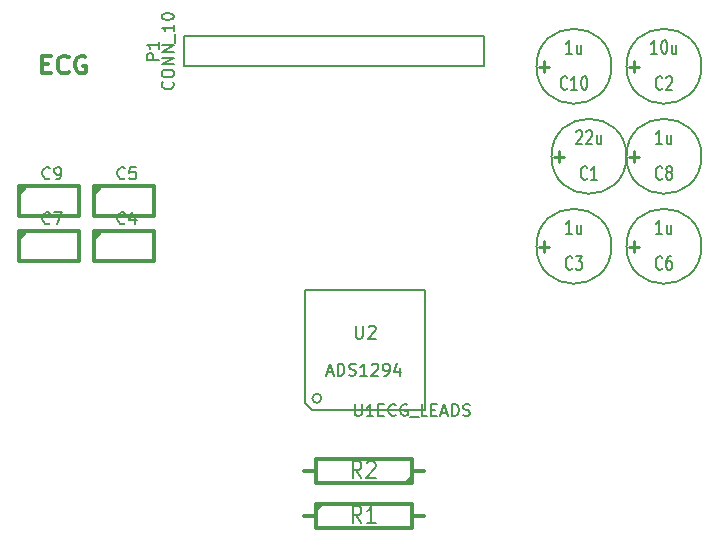
<source format=gto>
G04 (created by PCBNEW (2013-07-07 BZR 4022)-stable) date Saturday 09 November 2013 12:27:47 PM IST*
%MOIN*%
G04 Gerber Fmt 3.4, Leading zero omitted, Abs format*
%FSLAX34Y34*%
G01*
G70*
G90*
G04 APERTURE LIST*
%ADD10C,0.00590551*%
%ADD11C,0.011811*%
%ADD12C,0.008*%
%ADD13C,0.012*%
%ADD14C,0.005*%
%ADD15C,0.006*%
%ADD16C,0.01125*%
G04 APERTURE END LIST*
G54D10*
G54D11*
X25782Y-17429D02*
X25979Y-17429D01*
X26064Y-17739D02*
X25782Y-17739D01*
X25782Y-17148D01*
X26064Y-17148D01*
X26654Y-17682D02*
X26626Y-17710D01*
X26542Y-17739D01*
X26485Y-17739D01*
X26401Y-17710D01*
X26345Y-17654D01*
X26317Y-17598D01*
X26289Y-17485D01*
X26289Y-17401D01*
X26317Y-17289D01*
X26345Y-17232D01*
X26401Y-17176D01*
X26485Y-17148D01*
X26542Y-17148D01*
X26626Y-17176D01*
X26654Y-17204D01*
X27217Y-17176D02*
X27160Y-17148D01*
X27076Y-17148D01*
X26992Y-17176D01*
X26935Y-17232D01*
X26907Y-17289D01*
X26879Y-17401D01*
X26879Y-17485D01*
X26907Y-17598D01*
X26935Y-17654D01*
X26992Y-17710D01*
X27076Y-17739D01*
X27132Y-17739D01*
X27217Y-17710D01*
X27245Y-17682D01*
X27245Y-17485D01*
X27132Y-17485D01*
G54D12*
X35082Y-28568D02*
G75*
G03X35082Y-28568I-150J0D01*
G74*
G01*
X38532Y-24968D02*
X34532Y-24968D01*
X34532Y-24968D02*
X34532Y-28718D01*
X34532Y-28718D02*
X34782Y-28968D01*
X34782Y-28968D02*
X38532Y-28968D01*
X38532Y-28968D02*
X38532Y-24968D01*
G54D13*
X34500Y-32500D02*
X34900Y-32500D01*
X34900Y-32500D02*
X34900Y-32100D01*
X34900Y-32100D02*
X38100Y-32100D01*
X38100Y-32100D02*
X38100Y-32900D01*
X38100Y-32900D02*
X34900Y-32900D01*
X34900Y-32900D02*
X34900Y-32500D01*
X34900Y-32300D02*
X35100Y-32100D01*
X38500Y-32500D02*
X38100Y-32500D01*
X38500Y-31000D02*
X38100Y-31000D01*
X38100Y-31000D02*
X38100Y-31400D01*
X38100Y-31400D02*
X34900Y-31400D01*
X34900Y-31400D02*
X34900Y-30600D01*
X34900Y-30600D02*
X38100Y-30600D01*
X38100Y-30600D02*
X38100Y-31000D01*
X38100Y-31200D02*
X37900Y-31400D01*
X34500Y-31000D02*
X34900Y-31000D01*
G54D10*
X30500Y-17500D02*
X30500Y-16500D01*
X30500Y-16500D02*
X40500Y-16500D01*
X40500Y-16500D02*
X40500Y-17500D01*
X40500Y-17500D02*
X30500Y-17500D01*
G54D14*
X44750Y-17500D02*
G75*
G03X44750Y-17500I-1250J0D01*
G74*
G01*
X47750Y-17500D02*
G75*
G03X47750Y-17500I-1250J0D01*
G74*
G01*
X45250Y-20500D02*
G75*
G03X45250Y-20500I-1250J0D01*
G74*
G01*
X44750Y-23500D02*
G75*
G03X44750Y-23500I-1250J0D01*
G74*
G01*
X47750Y-23500D02*
G75*
G03X47750Y-23500I-1250J0D01*
G74*
G01*
X47750Y-20500D02*
G75*
G03X47750Y-20500I-1250J0D01*
G74*
G01*
G54D13*
X25020Y-21500D02*
X27000Y-21500D01*
X27000Y-21500D02*
X27000Y-22500D01*
X27000Y-22500D02*
X25000Y-22500D01*
X25000Y-22500D02*
X25000Y-21500D01*
X25000Y-21750D02*
X25250Y-21500D01*
X25020Y-23000D02*
X27000Y-23000D01*
X27000Y-23000D02*
X27000Y-24000D01*
X27000Y-24000D02*
X25000Y-24000D01*
X25000Y-24000D02*
X25000Y-23000D01*
X25000Y-23250D02*
X25250Y-23000D01*
X27520Y-23000D02*
X29500Y-23000D01*
X29500Y-23000D02*
X29500Y-24000D01*
X29500Y-24000D02*
X27500Y-24000D01*
X27500Y-24000D02*
X27500Y-23000D01*
X27500Y-23250D02*
X27750Y-23000D01*
X27520Y-21500D02*
X29500Y-21500D01*
X29500Y-21500D02*
X29500Y-22500D01*
X29500Y-22500D02*
X27500Y-22500D01*
X27500Y-22500D02*
X27500Y-21500D01*
X27500Y-21750D02*
X27750Y-21500D01*
G54D14*
X36220Y-26142D02*
X36220Y-26492D01*
X36240Y-26534D01*
X36261Y-26554D01*
X36302Y-26575D01*
X36385Y-26575D01*
X36426Y-26554D01*
X36446Y-26534D01*
X36467Y-26492D01*
X36467Y-26142D01*
X36653Y-26183D02*
X36673Y-26162D01*
X36714Y-26142D01*
X36818Y-26142D01*
X36859Y-26162D01*
X36879Y-26183D01*
X36900Y-26224D01*
X36900Y-26265D01*
X36879Y-26327D01*
X36632Y-26575D01*
X36900Y-26575D01*
G54D15*
X35271Y-27696D02*
X35458Y-27696D01*
X35233Y-27809D02*
X35364Y-27415D01*
X35496Y-27809D01*
X35627Y-27809D02*
X35627Y-27415D01*
X35721Y-27415D01*
X35777Y-27434D01*
X35815Y-27471D01*
X35833Y-27509D01*
X35852Y-27584D01*
X35852Y-27640D01*
X35833Y-27715D01*
X35815Y-27753D01*
X35777Y-27790D01*
X35721Y-27809D01*
X35627Y-27809D01*
X36002Y-27790D02*
X36059Y-27809D01*
X36152Y-27809D01*
X36190Y-27790D01*
X36209Y-27771D01*
X36227Y-27734D01*
X36227Y-27696D01*
X36209Y-27659D01*
X36190Y-27640D01*
X36152Y-27621D01*
X36077Y-27603D01*
X36040Y-27584D01*
X36021Y-27565D01*
X36002Y-27528D01*
X36002Y-27490D01*
X36021Y-27453D01*
X36040Y-27434D01*
X36077Y-27415D01*
X36171Y-27415D01*
X36227Y-27434D01*
X36603Y-27809D02*
X36378Y-27809D01*
X36490Y-27809D02*
X36490Y-27415D01*
X36453Y-27471D01*
X36415Y-27509D01*
X36378Y-27528D01*
X36753Y-27453D02*
X36772Y-27434D01*
X36809Y-27415D01*
X36903Y-27415D01*
X36940Y-27434D01*
X36959Y-27453D01*
X36978Y-27490D01*
X36978Y-27528D01*
X36959Y-27584D01*
X36734Y-27809D01*
X36978Y-27809D01*
X37166Y-27809D02*
X37241Y-27809D01*
X37278Y-27790D01*
X37297Y-27771D01*
X37334Y-27715D01*
X37353Y-27640D01*
X37353Y-27490D01*
X37334Y-27453D01*
X37316Y-27434D01*
X37278Y-27415D01*
X37203Y-27415D01*
X37166Y-27434D01*
X37147Y-27453D01*
X37128Y-27490D01*
X37128Y-27584D01*
X37147Y-27621D01*
X37166Y-27640D01*
X37203Y-27659D01*
X37278Y-27659D01*
X37316Y-27640D01*
X37334Y-27621D01*
X37353Y-27584D01*
X37691Y-27546D02*
X37691Y-27809D01*
X37597Y-27396D02*
X37503Y-27678D01*
X37747Y-27678D01*
G54D12*
X36416Y-32722D02*
X36250Y-32460D01*
X36130Y-32722D02*
X36130Y-32172D01*
X36321Y-32172D01*
X36369Y-32198D01*
X36392Y-32225D01*
X36416Y-32277D01*
X36416Y-32355D01*
X36392Y-32408D01*
X36369Y-32434D01*
X36321Y-32460D01*
X36130Y-32460D01*
X36892Y-32722D02*
X36607Y-32722D01*
X36750Y-32722D02*
X36750Y-32172D01*
X36702Y-32251D01*
X36654Y-32303D01*
X36607Y-32329D01*
X36416Y-31222D02*
X36250Y-30960D01*
X36130Y-31222D02*
X36130Y-30672D01*
X36321Y-30672D01*
X36369Y-30698D01*
X36392Y-30725D01*
X36416Y-30777D01*
X36416Y-30855D01*
X36392Y-30908D01*
X36369Y-30934D01*
X36321Y-30960D01*
X36130Y-30960D01*
X36607Y-30725D02*
X36630Y-30698D01*
X36678Y-30672D01*
X36797Y-30672D01*
X36845Y-30698D01*
X36869Y-30725D01*
X36892Y-30777D01*
X36892Y-30829D01*
X36869Y-30908D01*
X36583Y-31222D01*
X36892Y-31222D01*
G54D10*
X29659Y-17290D02*
X29265Y-17290D01*
X29265Y-17140D01*
X29284Y-17103D01*
X29303Y-17084D01*
X29340Y-17065D01*
X29396Y-17065D01*
X29434Y-17084D01*
X29453Y-17103D01*
X29471Y-17140D01*
X29471Y-17290D01*
X29659Y-16690D02*
X29659Y-16915D01*
X29659Y-16803D02*
X29265Y-16803D01*
X29321Y-16840D01*
X29359Y-16878D01*
X29378Y-16915D01*
X30121Y-18021D02*
X30140Y-18040D01*
X30159Y-18096D01*
X30159Y-18134D01*
X30140Y-18190D01*
X30103Y-18227D01*
X30065Y-18246D01*
X29990Y-18265D01*
X29934Y-18265D01*
X29859Y-18246D01*
X29821Y-18227D01*
X29784Y-18190D01*
X29765Y-18134D01*
X29765Y-18096D01*
X29784Y-18040D01*
X29803Y-18021D01*
X29765Y-17778D02*
X29765Y-17703D01*
X29784Y-17665D01*
X29821Y-17628D01*
X29896Y-17609D01*
X30028Y-17609D01*
X30103Y-17628D01*
X30140Y-17665D01*
X30159Y-17703D01*
X30159Y-17778D01*
X30140Y-17815D01*
X30103Y-17853D01*
X30028Y-17871D01*
X29896Y-17871D01*
X29821Y-17853D01*
X29784Y-17815D01*
X29765Y-17778D01*
X30159Y-17440D02*
X29765Y-17440D01*
X30159Y-17215D01*
X29765Y-17215D01*
X30159Y-17028D02*
X29765Y-17028D01*
X30159Y-16803D01*
X29765Y-16803D01*
X30196Y-16709D02*
X30196Y-16409D01*
X30159Y-16109D02*
X30159Y-16334D01*
X30159Y-16221D02*
X29765Y-16221D01*
X29821Y-16259D01*
X29859Y-16296D01*
X29878Y-16334D01*
X29765Y-15865D02*
X29765Y-15828D01*
X29784Y-15790D01*
X29803Y-15772D01*
X29840Y-15753D01*
X29915Y-15734D01*
X30009Y-15734D01*
X30084Y-15753D01*
X30121Y-15772D01*
X30140Y-15790D01*
X30159Y-15828D01*
X30159Y-15865D01*
X30140Y-15903D01*
X30121Y-15922D01*
X30084Y-15940D01*
X30009Y-15959D01*
X29915Y-15959D01*
X29840Y-15940D01*
X29803Y-15922D01*
X29784Y-15903D01*
X29765Y-15865D01*
G54D12*
X43275Y-18239D02*
X43258Y-18260D01*
X43208Y-18282D01*
X43175Y-18282D01*
X43125Y-18260D01*
X43091Y-18217D01*
X43075Y-18175D01*
X43058Y-18089D01*
X43058Y-18025D01*
X43075Y-17939D01*
X43091Y-17896D01*
X43125Y-17853D01*
X43175Y-17832D01*
X43208Y-17832D01*
X43258Y-17853D01*
X43275Y-17875D01*
X43608Y-18282D02*
X43408Y-18282D01*
X43508Y-18282D02*
X43508Y-17832D01*
X43475Y-17896D01*
X43441Y-17939D01*
X43408Y-17960D01*
X43825Y-17832D02*
X43858Y-17832D01*
X43891Y-17853D01*
X43908Y-17875D01*
X43925Y-17917D01*
X43941Y-18003D01*
X43941Y-18110D01*
X43925Y-18196D01*
X43908Y-18239D01*
X43891Y-18260D01*
X43858Y-18282D01*
X43825Y-18282D01*
X43791Y-18260D01*
X43775Y-18239D01*
X43758Y-18196D01*
X43741Y-18110D01*
X43741Y-18003D01*
X43758Y-17917D01*
X43775Y-17875D01*
X43791Y-17853D01*
X43825Y-17832D01*
X43441Y-17082D02*
X43241Y-17082D01*
X43341Y-17082D02*
X43341Y-16632D01*
X43308Y-16696D01*
X43275Y-16739D01*
X43241Y-16760D01*
X43741Y-16782D02*
X43741Y-17082D01*
X43591Y-16782D02*
X43591Y-17017D01*
X43608Y-17060D01*
X43641Y-17082D01*
X43691Y-17082D01*
X43725Y-17060D01*
X43741Y-17039D01*
G54D16*
X42328Y-17510D02*
X42671Y-17510D01*
X42500Y-17682D02*
X42500Y-17339D01*
G54D13*
G54D12*
X46441Y-18239D02*
X46425Y-18260D01*
X46375Y-18282D01*
X46341Y-18282D01*
X46291Y-18260D01*
X46258Y-18217D01*
X46241Y-18175D01*
X46225Y-18089D01*
X46225Y-18025D01*
X46241Y-17939D01*
X46258Y-17896D01*
X46291Y-17853D01*
X46341Y-17832D01*
X46375Y-17832D01*
X46425Y-17853D01*
X46441Y-17875D01*
X46575Y-17875D02*
X46591Y-17853D01*
X46625Y-17832D01*
X46708Y-17832D01*
X46741Y-17853D01*
X46758Y-17875D01*
X46775Y-17917D01*
X46775Y-17960D01*
X46758Y-18025D01*
X46558Y-18282D01*
X46775Y-18282D01*
X46275Y-17082D02*
X46075Y-17082D01*
X46175Y-17082D02*
X46175Y-16632D01*
X46141Y-16696D01*
X46108Y-16739D01*
X46075Y-16760D01*
X46491Y-16632D02*
X46525Y-16632D01*
X46558Y-16653D01*
X46575Y-16675D01*
X46591Y-16717D01*
X46608Y-16803D01*
X46608Y-16910D01*
X46591Y-16996D01*
X46575Y-17039D01*
X46558Y-17060D01*
X46525Y-17082D01*
X46491Y-17082D01*
X46458Y-17060D01*
X46441Y-17039D01*
X46425Y-16996D01*
X46408Y-16910D01*
X46408Y-16803D01*
X46425Y-16717D01*
X46441Y-16675D01*
X46458Y-16653D01*
X46491Y-16632D01*
X46908Y-16782D02*
X46908Y-17082D01*
X46758Y-16782D02*
X46758Y-17017D01*
X46775Y-17060D01*
X46808Y-17082D01*
X46858Y-17082D01*
X46891Y-17060D01*
X46908Y-17039D01*
G54D16*
X45328Y-17510D02*
X45671Y-17510D01*
X45500Y-17682D02*
X45500Y-17339D01*
G54D13*
G54D12*
X43941Y-21239D02*
X43925Y-21260D01*
X43875Y-21282D01*
X43841Y-21282D01*
X43791Y-21260D01*
X43758Y-21217D01*
X43741Y-21175D01*
X43725Y-21089D01*
X43725Y-21025D01*
X43741Y-20939D01*
X43758Y-20896D01*
X43791Y-20853D01*
X43841Y-20832D01*
X43875Y-20832D01*
X43925Y-20853D01*
X43941Y-20875D01*
X44275Y-21282D02*
X44075Y-21282D01*
X44175Y-21282D02*
X44175Y-20832D01*
X44141Y-20896D01*
X44108Y-20939D01*
X44075Y-20960D01*
X43575Y-19675D02*
X43591Y-19653D01*
X43625Y-19632D01*
X43708Y-19632D01*
X43741Y-19653D01*
X43758Y-19675D01*
X43775Y-19717D01*
X43775Y-19760D01*
X43758Y-19825D01*
X43558Y-20082D01*
X43775Y-20082D01*
X43908Y-19675D02*
X43925Y-19653D01*
X43958Y-19632D01*
X44041Y-19632D01*
X44075Y-19653D01*
X44091Y-19675D01*
X44108Y-19717D01*
X44108Y-19760D01*
X44091Y-19825D01*
X43891Y-20082D01*
X44108Y-20082D01*
X44408Y-19782D02*
X44408Y-20082D01*
X44258Y-19782D02*
X44258Y-20017D01*
X44275Y-20060D01*
X44308Y-20082D01*
X44358Y-20082D01*
X44391Y-20060D01*
X44408Y-20039D01*
G54D16*
X42828Y-20510D02*
X43171Y-20510D01*
X43000Y-20682D02*
X43000Y-20339D01*
G54D13*
G54D12*
X43441Y-24239D02*
X43425Y-24260D01*
X43375Y-24282D01*
X43341Y-24282D01*
X43291Y-24260D01*
X43258Y-24217D01*
X43241Y-24175D01*
X43225Y-24089D01*
X43225Y-24025D01*
X43241Y-23939D01*
X43258Y-23896D01*
X43291Y-23853D01*
X43341Y-23832D01*
X43375Y-23832D01*
X43425Y-23853D01*
X43441Y-23875D01*
X43558Y-23832D02*
X43775Y-23832D01*
X43658Y-24003D01*
X43708Y-24003D01*
X43741Y-24025D01*
X43758Y-24046D01*
X43775Y-24089D01*
X43775Y-24196D01*
X43758Y-24239D01*
X43741Y-24260D01*
X43708Y-24282D01*
X43608Y-24282D01*
X43575Y-24260D01*
X43558Y-24239D01*
X43441Y-23082D02*
X43241Y-23082D01*
X43341Y-23082D02*
X43341Y-22632D01*
X43308Y-22696D01*
X43275Y-22739D01*
X43241Y-22760D01*
X43741Y-22782D02*
X43741Y-23082D01*
X43591Y-22782D02*
X43591Y-23017D01*
X43608Y-23060D01*
X43641Y-23082D01*
X43691Y-23082D01*
X43725Y-23060D01*
X43741Y-23039D01*
G54D16*
X42328Y-23510D02*
X42671Y-23510D01*
X42500Y-23682D02*
X42500Y-23339D01*
G54D13*
G54D12*
X46441Y-24239D02*
X46425Y-24260D01*
X46375Y-24282D01*
X46341Y-24282D01*
X46291Y-24260D01*
X46258Y-24217D01*
X46241Y-24175D01*
X46225Y-24089D01*
X46225Y-24025D01*
X46241Y-23939D01*
X46258Y-23896D01*
X46291Y-23853D01*
X46341Y-23832D01*
X46375Y-23832D01*
X46425Y-23853D01*
X46441Y-23875D01*
X46741Y-23832D02*
X46675Y-23832D01*
X46641Y-23853D01*
X46625Y-23875D01*
X46591Y-23939D01*
X46575Y-24025D01*
X46575Y-24196D01*
X46591Y-24239D01*
X46608Y-24260D01*
X46641Y-24282D01*
X46708Y-24282D01*
X46741Y-24260D01*
X46758Y-24239D01*
X46775Y-24196D01*
X46775Y-24089D01*
X46758Y-24046D01*
X46741Y-24025D01*
X46708Y-24003D01*
X46641Y-24003D01*
X46608Y-24025D01*
X46591Y-24046D01*
X46575Y-24089D01*
X46441Y-23082D02*
X46241Y-23082D01*
X46341Y-23082D02*
X46341Y-22632D01*
X46308Y-22696D01*
X46275Y-22739D01*
X46241Y-22760D01*
X46741Y-22782D02*
X46741Y-23082D01*
X46591Y-22782D02*
X46591Y-23017D01*
X46608Y-23060D01*
X46641Y-23082D01*
X46691Y-23082D01*
X46725Y-23060D01*
X46741Y-23039D01*
G54D16*
X45328Y-23510D02*
X45671Y-23510D01*
X45500Y-23682D02*
X45500Y-23339D01*
G54D13*
G54D12*
X46441Y-21239D02*
X46425Y-21260D01*
X46375Y-21282D01*
X46341Y-21282D01*
X46291Y-21260D01*
X46258Y-21217D01*
X46241Y-21175D01*
X46225Y-21089D01*
X46225Y-21025D01*
X46241Y-20939D01*
X46258Y-20896D01*
X46291Y-20853D01*
X46341Y-20832D01*
X46375Y-20832D01*
X46425Y-20853D01*
X46441Y-20875D01*
X46641Y-21025D02*
X46608Y-21003D01*
X46591Y-20982D01*
X46575Y-20939D01*
X46575Y-20917D01*
X46591Y-20875D01*
X46608Y-20853D01*
X46641Y-20832D01*
X46708Y-20832D01*
X46741Y-20853D01*
X46758Y-20875D01*
X46775Y-20917D01*
X46775Y-20939D01*
X46758Y-20982D01*
X46741Y-21003D01*
X46708Y-21025D01*
X46641Y-21025D01*
X46608Y-21046D01*
X46591Y-21067D01*
X46575Y-21110D01*
X46575Y-21196D01*
X46591Y-21239D01*
X46608Y-21260D01*
X46641Y-21282D01*
X46708Y-21282D01*
X46741Y-21260D01*
X46758Y-21239D01*
X46775Y-21196D01*
X46775Y-21110D01*
X46758Y-21067D01*
X46741Y-21046D01*
X46708Y-21025D01*
X46441Y-20082D02*
X46241Y-20082D01*
X46341Y-20082D02*
X46341Y-19632D01*
X46308Y-19696D01*
X46275Y-19739D01*
X46241Y-19760D01*
X46741Y-19782D02*
X46741Y-20082D01*
X46591Y-19782D02*
X46591Y-20017D01*
X46608Y-20060D01*
X46641Y-20082D01*
X46691Y-20082D01*
X46725Y-20060D01*
X46741Y-20039D01*
G54D16*
X45328Y-20510D02*
X45671Y-20510D01*
X45500Y-20682D02*
X45500Y-20339D01*
G54D13*
G54D12*
X26033Y-21223D02*
X26014Y-21242D01*
X25957Y-21261D01*
X25919Y-21261D01*
X25861Y-21242D01*
X25823Y-21204D01*
X25804Y-21166D01*
X25785Y-21090D01*
X25785Y-21033D01*
X25804Y-20957D01*
X25823Y-20919D01*
X25861Y-20880D01*
X25919Y-20861D01*
X25957Y-20861D01*
X26014Y-20880D01*
X26033Y-20900D01*
X26223Y-21261D02*
X26300Y-21261D01*
X26338Y-21242D01*
X26357Y-21223D01*
X26395Y-21166D01*
X26414Y-21090D01*
X26414Y-20938D01*
X26395Y-20900D01*
X26376Y-20880D01*
X26338Y-20861D01*
X26261Y-20861D01*
X26223Y-20880D01*
X26204Y-20900D01*
X26185Y-20938D01*
X26185Y-21033D01*
X26204Y-21071D01*
X26223Y-21090D01*
X26261Y-21109D01*
X26338Y-21109D01*
X26376Y-21090D01*
X26395Y-21071D01*
X26414Y-21033D01*
X26033Y-22723D02*
X26014Y-22742D01*
X25957Y-22761D01*
X25919Y-22761D01*
X25861Y-22742D01*
X25823Y-22704D01*
X25804Y-22666D01*
X25785Y-22590D01*
X25785Y-22533D01*
X25804Y-22457D01*
X25823Y-22419D01*
X25861Y-22380D01*
X25919Y-22361D01*
X25957Y-22361D01*
X26014Y-22380D01*
X26033Y-22400D01*
X26166Y-22361D02*
X26433Y-22361D01*
X26261Y-22761D01*
X28533Y-22723D02*
X28514Y-22742D01*
X28457Y-22761D01*
X28419Y-22761D01*
X28361Y-22742D01*
X28323Y-22704D01*
X28304Y-22666D01*
X28285Y-22590D01*
X28285Y-22533D01*
X28304Y-22457D01*
X28323Y-22419D01*
X28361Y-22380D01*
X28419Y-22361D01*
X28457Y-22361D01*
X28514Y-22380D01*
X28533Y-22400D01*
X28876Y-22495D02*
X28876Y-22761D01*
X28780Y-22342D02*
X28685Y-22628D01*
X28933Y-22628D01*
X28533Y-21223D02*
X28514Y-21242D01*
X28457Y-21261D01*
X28419Y-21261D01*
X28361Y-21242D01*
X28323Y-21204D01*
X28304Y-21166D01*
X28285Y-21090D01*
X28285Y-21033D01*
X28304Y-20957D01*
X28323Y-20919D01*
X28361Y-20880D01*
X28419Y-20861D01*
X28457Y-20861D01*
X28514Y-20880D01*
X28533Y-20900D01*
X28895Y-20861D02*
X28704Y-20861D01*
X28685Y-21052D01*
X28704Y-21033D01*
X28742Y-21014D01*
X28838Y-21014D01*
X28876Y-21033D01*
X28895Y-21052D01*
X28914Y-21090D01*
X28914Y-21185D01*
X28895Y-21223D01*
X28876Y-21242D01*
X28838Y-21261D01*
X28742Y-21261D01*
X28704Y-21242D01*
X28685Y-21223D01*
G54D10*
X36200Y-28765D02*
X36200Y-29084D01*
X36218Y-29121D01*
X36237Y-29140D01*
X36275Y-29159D01*
X36350Y-29159D01*
X36387Y-29140D01*
X36406Y-29121D01*
X36425Y-29084D01*
X36425Y-28765D01*
X36818Y-29159D02*
X36593Y-29159D01*
X36706Y-29159D02*
X36706Y-28765D01*
X36668Y-28821D01*
X36631Y-28859D01*
X36593Y-28878D01*
X36981Y-28953D02*
X37112Y-28953D01*
X37168Y-29159D02*
X36981Y-29159D01*
X36981Y-28765D01*
X37168Y-28765D01*
X37562Y-29121D02*
X37543Y-29140D01*
X37487Y-29159D01*
X37450Y-29159D01*
X37393Y-29140D01*
X37356Y-29103D01*
X37337Y-29065D01*
X37318Y-28990D01*
X37318Y-28934D01*
X37337Y-28859D01*
X37356Y-28821D01*
X37393Y-28784D01*
X37450Y-28765D01*
X37487Y-28765D01*
X37543Y-28784D01*
X37562Y-28803D01*
X37937Y-28784D02*
X37900Y-28765D01*
X37843Y-28765D01*
X37787Y-28784D01*
X37750Y-28821D01*
X37731Y-28859D01*
X37712Y-28934D01*
X37712Y-28990D01*
X37731Y-29065D01*
X37750Y-29103D01*
X37787Y-29140D01*
X37843Y-29159D01*
X37881Y-29159D01*
X37937Y-29140D01*
X37956Y-29121D01*
X37956Y-28990D01*
X37881Y-28990D01*
X38031Y-29196D02*
X38331Y-29196D01*
X38612Y-29159D02*
X38425Y-29159D01*
X38425Y-28765D01*
X38743Y-28953D02*
X38874Y-28953D01*
X38931Y-29159D02*
X38743Y-29159D01*
X38743Y-28765D01*
X38931Y-28765D01*
X39081Y-29046D02*
X39268Y-29046D01*
X39043Y-29159D02*
X39174Y-28765D01*
X39306Y-29159D01*
X39437Y-29159D02*
X39437Y-28765D01*
X39531Y-28765D01*
X39587Y-28784D01*
X39624Y-28821D01*
X39643Y-28859D01*
X39662Y-28934D01*
X39662Y-28990D01*
X39643Y-29065D01*
X39624Y-29103D01*
X39587Y-29140D01*
X39531Y-29159D01*
X39437Y-29159D01*
X39812Y-29140D02*
X39868Y-29159D01*
X39962Y-29159D01*
X39999Y-29140D01*
X40018Y-29121D01*
X40037Y-29084D01*
X40037Y-29046D01*
X40018Y-29009D01*
X39999Y-28990D01*
X39962Y-28971D01*
X39887Y-28953D01*
X39849Y-28934D01*
X39831Y-28915D01*
X39812Y-28878D01*
X39812Y-28840D01*
X39831Y-28803D01*
X39849Y-28784D01*
X39887Y-28765D01*
X39981Y-28765D01*
X40037Y-28784D01*
M02*

</source>
